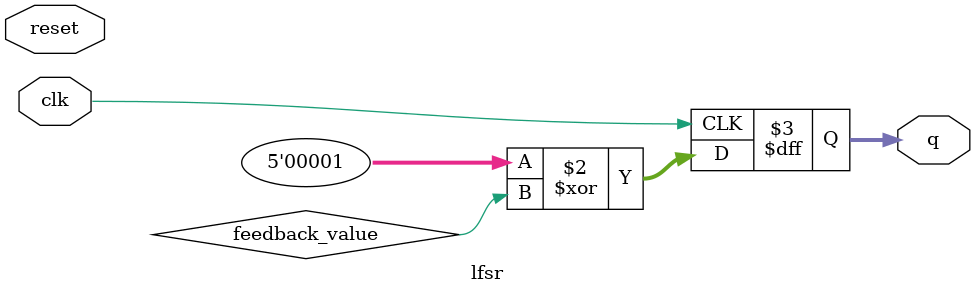
<source format=v>
module lfsr( 
    input clk,
    input reset,
    output [4:0] q
); 
reg [4:0] r_reg;
wire [4:0] r_next;
wire feedback_value;
// on reset set the value of r_reg to 1
// otherwise assign r_next to r_reg
// assign the xor of bit positions 2 and 4 of r_reg to feedback_value
// assign feedback concatenated with 4 most significant bits of r_reg to r_next
// assign r_reg to the output q
always @(posedge clk) begin
    r_reg = 1;
    r_next = r_reg ^ feedback_value;
    q <= r_next;
end
endmodule

</source>
